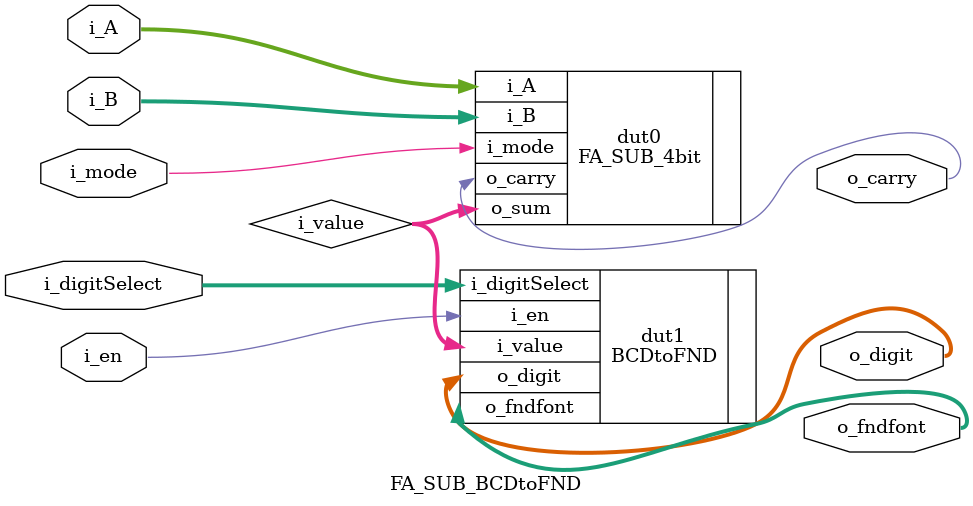
<source format=v>
`timescale 1ns / 1ps



module FA_SUB_BCDtoFND(
    input [1:0] i_digitSelect,
    input [3:0] i_A, i_B,
    input i_en, i_mode,

    output [3:0] o_digit,
    output [7:0] o_fndfont,
    output o_carry
    );

    wire [3:0] i_value;

    FA_SUB_4bit dut0(
        .i_A(i_A),
        .i_B(i_B),
        .i_mode(i_mode),
        .o_sum(i_value),
        .o_carry(o_carry)
    );

    BCDtoFND dut1(
        .i_digitSelect(i_digitSelect),
        .i_value(i_value),
        .i_en(i_en),
        .o_digit(o_digit),
        .o_fndfont(o_fndfont)
    );

endmodule

</source>
